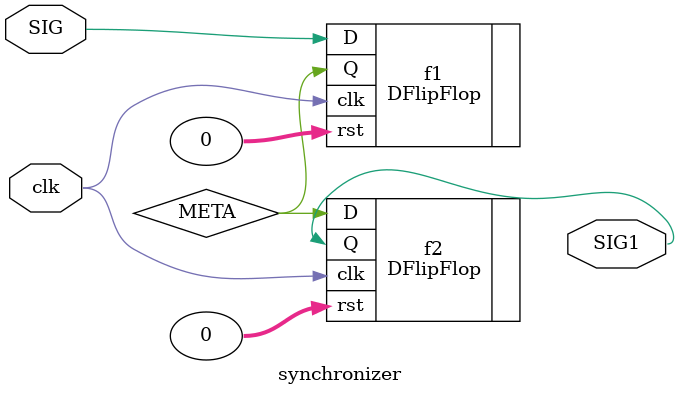
<source format=v>
`timescale 1ns / 1ps



module synchronizer(input SIG, clk, output SIG1);
wire META;
DFlipFlop f1(.clk(clk),.rst(0) ,.D(SIG), .Q(META));
DFlipFlop f2(.clk(clk),.rst(0), .D(META), .Q(SIG1));
endmodule


</source>
